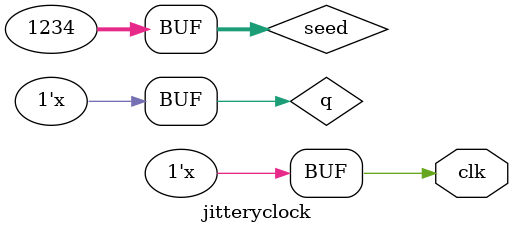
<source format=sv>
module jitteryclock(    output clk    );        parameter PERIOD = 10; // ns    parameter JITTER = 200; // ps    parameter SEED = 1234;        integer seed=SEED;    logic q=0;        always #( (PERIOD/2) + $dist_uniform(seed,-JITTER,JITTER)/1000.0) q=~q;  // jittery clock        assign clk=q;    endmodule
</source>
